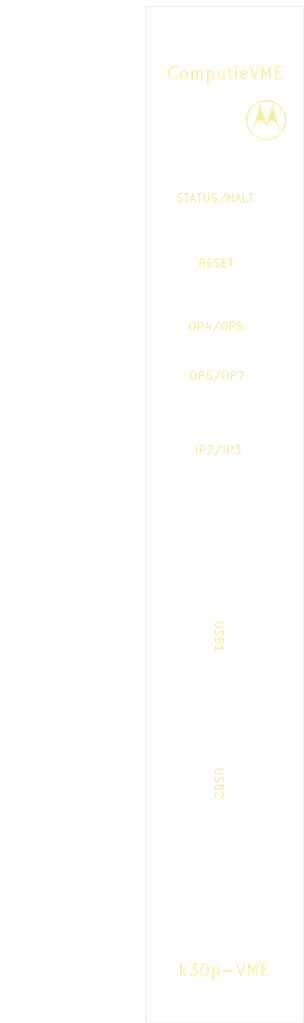
<source format=kicad_pcb>
(kicad_pcb (version 20240108) (generator "pcbnew") (generator_version "8.0")
  (layers (0 "F.Cu" signal) (31 "B.Cu" signal) (34 "B.Paste" user) (35 "F.Paste" user) (36 "B.SilkS" user "B.Silkscreen") (37 "F.SilkS" user "F.Silkscreen") (38 "B.Mask" user) (39 "F.Mask" user) (44 "Edge.Cuts" user))
  (net 0 "")
  (footprint "" (layer "F.Cu") (at 85.09 73.269)
    (property "Reference" "" (at 0 0 0) (layer "F.SilkS") (effects (font (size 1.27 1.27))))
    (property "Value" "")
    (pad "" np_thru_hole oval (at 0 0) (size 9 3.3) (drill oval 9 3.3) (layers "F&B.Cu" "*.Mask"))
  )
  (footprint "" (layer "F.Cu") (at 85.09 87.529)
    (property "Reference" "" (at 0 0 0) (layer "F.SilkS") (effects (font (size 1.27 1.27))))
    (property "Value" "")
    (pad "" np_thru_hole oval (at 0 0) (size 9 3.3) (drill oval 9 3.3) (layers "F&B.Cu" "*.Mask"))
  )
  (footprint "clipboard:a6ef016d-fb2c-424c-b34c-1f3124658b43" (layer "F.Cu") (at 81.407 108.458)
    (property "Reference" "" (at 0 0 0) (layer "F.SilkS") (effects (font (size 1.27 1.27))))
    (property "Value" "")
    (pad "" np_thru_hole circle (at 0 0) (size 2.7 2.7) (drill 2.7) (layers "F&B.Cu" "*.Mask"))
  )
  (footprint "" (layer "F.Cu") (at 81.026 136.271 90)
    (property "Reference" "" (at 0 0 90) (layer "F.SilkS") (effects (font (size 1.27 1.27))))
    (property "Value" "")
    (pad "" np_thru_hole oval (at -0.166 0.794 90) (size 11 5) (drill oval 11 5) (layers "F&B.Cu" "*.Mask"))
  )
  (footprint "Computie_Mechanical:FrontPanel_PlasticCollar_Hole_2.7mm_M2.5_Pair" (layer "F.Cu") (at 76.2 38.1)
    (property "Reference" "REF**" (hide yes))
    (property "Value" "FrontPanel_PlasticCollar_Hole_2.7mm_M2.5_Pair")
    (pad "" np_thru_hole oval (at 7.62 3) (size 6 3.3) (drill oval 6 3.3) (layers "F&B.Cu" "*.Mask"))
    (pad "" np_thru_hole oval (at 7.62 125.5) (size 6 3.3) (drill oval 6 3.3) (layers "F&B.Cu" "*.Mask"))
  )
  (footprint "Computie_Mechanical:FrontPanel_PCBHolder_MountingHole_2.7mm_M2.5_Pair" (layer "F.Cu") (at 76.2 38.1)
    (property "Reference" "REF**" (hide yes))
    (property "Value" "MountingHole_2.7mm_M2.5")
    (pad "" np_thru_hole circle (at 7.62 14.3) (size 2.7 2.7) (drill 2.7) (layers "F&B.Cu" "*.Mask"))
    (pad "" np_thru_hole circle (at 7.62 114.2) (size 2.7 2.7) (drill 2.7) (layers "F&B.Cu" "*.Mask"))
  )
  (footprint "clipboard:a6ef016d-fb2c-424c-b34c-1f3124658b43" (layer "F.Cu") (at 81.407 126.873)
    (property "Reference" "" (at 0 0 0) (layer "F.SilkS") (effects (font (size 1.27 1.27))))
    (property "Value" "")
    (pad "" np_thru_hole circle (at 0 0) (size 2.7 2.7) (drill 2.7) (layers "F&B.Cu" "*.Mask"))
  )
  (footprint "" (layer "F.Cu") (at 85.09 65.05)
    (property "Reference" "" (at 0 0 0) (layer "F.SilkS") (effects (font (size 1.27 1.27))))
    (property "Value" "")
    (pad "" np_thru_hole oval (at 0 0) (size 9 3.3) (drill oval 9 3.3) (layers "F&B.Cu" "*.Mask"))
  )
  (footprint "" (layer "F.Cu") (at 82.423 118.364 90)
    (property "Reference" "" (at 0 0 90) (layer "F.SilkS") (effects (font (size 1.27 1.27))))
    (property "Value" "")
    (pad "" np_thru_hole oval (at 0.634 -0.603 90) (size 11 5) (drill oval 11 5) (layers "F&B.Cu" "*.Mask"))
  )
  (footprint "" (layer "F.Cu") (at 85.09 96.887)
    (property "Reference" "" (at 0 0 0) (layer "F.SilkS") (effects (font (size 1.27 1.27))))
    (property "Value" "")
    (pad "" np_thru_hole oval (at 0 0) (size 9 3.3) (drill oval 9 3.3) (layers "F&B.Cu" "*.Mask"))
  )
  (footprint "" (layer "F.Cu") (at 85.09 81.306)
    (property "Reference" "" (at 0 0 0) (layer "F.SilkS") (effects (font (size 1.27 1.27))))
    (property "Value" "")
    (pad "" np_thru_hole oval (at 0 0) (size 9 3.3) (drill oval 9 3.3) (layers "F&B.Cu" "*.Mask"))
  )
  (gr_poly (pts (xy 91.687456 49.916746) (xy 91.777898 49.922046) (xy 91.871333 49.929827) (xy 91.949112 49.937596) (xy 92.016064 49.946321) (xy 92.046988 49.951343) (xy 92.077017 49.956967) (xy 92.106754 49.963314) (xy 92.136803 49.970504) (xy 92.200248 49.987897) (xy 92.272184 50.010115) (xy 92.357438 50.038124) (xy 92.491819 50.084644) (xy 92.552003 50.106985) (xy 92.608263 50.129123) (xy 92.661158 50.151367) (xy 92.711249 50.174024) (xy 92.759094 50.197403) (xy 92.805256 50.22181) (xy 92.850292 50.247555) (xy 92.894764 50.274945) (xy 92.93923 50.304288) (xy 92.984252 50.335891) (xy 93.030389 50.370064) (xy 93.0782 50.407114) (xy 93.181088 50.491074) (xy 93.23767 50.5393) (xy 93.291138 50.586669) (xy 93.341718 50.633467) (xy 93.389639 50.67998) (xy 93.435128 50.726495) (xy 93.478412 50.773297) (xy 93.519718 50.820673) (xy 93.559274 50.868908) (xy 93.597307 50.918289) (xy 93.634045 50.969102) (xy 93.669715 51.021632) (xy 93.704545 51.076167) (xy 93.738761 51.132991) (xy 93.772591 51.192391) (xy 93.806262 51.254654) (xy 93.840003 51.320064) (xy 93.875207 51.39167) (xy 93.907471 51.461279) (xy 93.936886 51.52929) (xy 93.963545 51.5961) (xy 93.98754 51.662108) (xy 94.008964 51.727711) (xy 94.02791 51.793306) (xy 94.044469 51.859293) (xy 94.058733 51.926069) (xy 94.070797 51.994031) (xy 94.08075 52.063578) (xy 94.088687 52.135108) (xy 94.0947 52.209018) (xy 94.09888 52.285706) (xy 94.10132 52.365571) (xy 94.102113 52.44901) (xy 94.101231 52.527401) (xy 94.098577 52.60417) (xy 94.094142 52.679365) (xy 94.087916 52.753031) (xy 94.079888 52.825216) (xy 94.070049 52.895966) (xy 94.058389 52.965328) (xy 94.044898 53.033348) (xy 94.029566 53.100073) (xy 94.012382 53.16555) (xy 93.993338 53.229825) (xy 93.972422 53.292945) (xy 93.949625 53.354956) (xy 93.924938 53.415906) (xy 93.898349 53.47584) (xy 93.869849 53.534806) (xy 93.842792 53.587394) (xy 93.815167 53.638815) (xy 93.786951 53.689105) (xy 93.758119 53.738297) (xy 93.728645 53.786428) (xy 93.698504 53.833532) (xy 93.667673 53.879643) (xy 93.636125 53.924796) (xy 93.603837 53.969027) (xy 93.570782 54.012371) (xy 93.536937 54.054861) (xy 93.502277 54.096533) (xy 93.466775 54.137422) (xy 93.430408 54.177562) (xy 93.393151 54.216989) (xy 93.354979 54.255737) (xy 93.30641 54.303288) (xy 93.259247 54.347872) (xy 93.213127 54.389729) (xy 93.167687 54.429102) (xy 93.122563 54.466234) (xy 93.077391 54.501365) (xy 93.031807 54.534739) (xy 92.985448 54.566596) (xy 92.93795 54.597179) (xy 92.888949 54.626729) (xy 92.838082 54.655489) (xy 92.784985 54.683701) (xy 92.729294 54.711607) (xy 92.670646 54.739448) (xy 92.608676 54.767466) (xy 92.543022 54.795904) (xy 92.466224 54.827576) (xy 92.393947 54.855246) (xy 92.32432 54.879455) (xy 92.255468 54.900747) (xy 92.18552 54.919664) (xy 92.1126 54.936749) (xy 92.034836 54.952544) (xy 91.950355 54.967593) (xy 91.91999 54.971807) (xy 91.882606 54.975543) (xy 91.790923 54.981547) (xy 91.683597 54.985541) (xy 91.568918 54.987464) (xy 91.455176 54.987254) (xy 91.35066 54.984848) (xy 91.26366 54.980184) (xy 91.229319 54.976986) (xy 91.202466 54.9732) (xy 91.202467 54.9732) (xy 91.104963 54.954959) (xy 91.018439 54.936972) (xy 90.940214 54.918454) (xy 90.867608 54.898615) (xy 90.79794 54.876669) (xy 90.728527 54.851829) (xy 90.65669 54.823306) (xy 90.579748 54.790314) (xy 90.445918 54.729079) (xy 90.384769 54.699277) (xy 90.327015 54.669719) (xy 90.272323 54.640179) (xy 90.220356 54.610434) (xy 90.17078 54.580257) (xy 90.123258 54.549426) (xy 90.077455 54.517714) (xy 90.033036 54.484896) (xy 89.989665 54.450749) (xy 89.947007 54.415048) (xy 89.904727 54.377567) (xy 89.862489 54.338081) (xy 89.819957 54.296367) (xy 89.776797 54.252198) (xy 89.715002 54.185953) (xy 89.655849 54.118914) (xy 89.599356 54.051107) (xy 89.545538 53.982562) (xy 89.494411 53.913307) (xy 89.445992 53.843369) (xy 89.400297 53.772776) (xy 89.357343 53.701557) (xy 89.317146 53.62974) (xy 89.279721 53.557352) (xy 89.245086 53.484421) (xy 89.213257 53.410977) (xy 89.18425 53.337046) (xy 89.15808 53.262657) (xy 89.134766 53.187838) (xy 89.114322 53.112616) (xy 89.091286 53.018055) (xy 89.072776 52.93397) (xy 89.058349 52.85678) (xy 89.052528 52.819653) (xy 89.04756 52.782908) (xy 89.043391 52.746097) (xy 89.039964 52.708773) (xy 89.035116 52.630798) (xy 89.032573 52.545403) (xy 89.031888 52.44901) (xy 89.032016 52.441954) (xy 89.201118 52.441954) (xy 89.201988 52.521304) (xy 89.204827 52.598126) (xy 89.209725 52.672764) (xy 89.216771 52.745562) (xy 89.226054 52.816866) (xy 89.237664 52.88702) (xy 89.251689 52.956368) (xy 89.26822 53.025255) (xy 89.287345 53.094025) (xy 89.309154 53.163024) (xy 89.333735 53.232596) (xy 89.361178 53.303084) (xy 89.391573 53.374835) (xy 89.425008 53.448192) (xy 89.461573 53.5235) (xy 89.501357 53.601104) (xy 89.533372 53.659655) (xy 89.567419 53.717295) (xy 89.603452 53.773973) (xy 89.641424 53.829639) (xy 89.681289 53.88424) (xy 89.723 53.937727) (xy 89.76651 53.990047) (xy 89.811773 54.041151) (xy 89.858742 54.090986) (xy 89.90737 54.139503) (xy 89.957611 54.186649) (xy 90.009418 54.232375) (xy 90.062745 54.276628) (xy 90.117545 54.319359) (xy 90.173771 54.360515) (xy 90.231377 54.400046) (xy 90.305629 54.448287) (xy 90.377608 54.492795) (xy 90.447753 54.533725) (xy 90.516506 54.571234) (xy 90.584305 54.605475) (xy 90.65159 54.636606) (xy 90.718801 54.664782) (xy 90.786379 54.690158) (xy 90.854763 54.712891) (xy 90.924392 54.733135) (xy 90.995708 54.751047) (xy 91.069149 54.766782) (xy 91.145156 54.780496) (xy 91.224168 54.792344) (xy 91.306625 54.802482) (xy 91.392968 54.811066) (xy 91.438611 54.813252) (xy 91.501337 54.81366) (xy 91.575892 54.812492) (xy 91.657021 54.809949) (xy 91.739471 54.806232) (xy 91.817988 54.801541) (xy 91.887317 54.796079) (xy 91.942205 54.790046) (xy 91.942204 54.790046) (xy 92.047835 54.772451) (xy 92.153915 54.74849) (xy 92.260048 54.718401) (xy 92.365839 54.682419) (xy 92.470895 54.640781) (xy 92.574821 54.593724) (xy 92.677222 54.541484) (xy 92.777704 54.484297) (xy 92.875873 54.4224) (xy 92.971333 54.35603) (xy 93.063692 54.285423) (xy 93.152553 54.210815) (xy 93.237522 54.132442) (xy 93.318206 54.050543) (xy 93.394209 53.965352) (xy 93.465138 53.877106) (xy 93.494499 53.836912) (xy 93.524193 53.79316) (xy 93.554019 53.74627) (xy 93.583779 53.696659) (xy 93.613273 53.644748) (xy 93.6423 53.590955) (xy 93.670662 53.535699) (xy 93.69816 53.479399) (xy 93.724593 53.422473) (xy 93.749762 53.365341) (xy 93.773467 53.308422) (xy 93.79551 53.252134) (xy 93.81569 53.196897) (xy 93.833808 53.143129) (xy 93.849664 53.091249) (xy 93.86306 53.041676) (xy 93.882248 52.962006) (xy 93.89776 52.889777) (xy 93.909942 52.822066) (xy 93.914891 52.788992) (xy 93.919137 52.755952) (xy 93.922722 52.72258) (xy 93.92569 52.688512) (xy 93.929946 52.616823) (xy 93.93225 52.537963) (xy 93.932945 52.44901) (xy 93.931956 52.372401) (xy 93.928939 52.297504) (xy 93.923843 52.224107) (xy 93.916613 52.151999) (xy 93.907195 52.080968) (xy 93.895536 52.010803) (xy 93.881582 51.941291) (xy 93.865279 51.872222) (xy 93.846574 51.803383) (xy 93.825412 51.734563) (xy 93.801741 51.665551) (xy 93.775507 51.596134) (xy 93.746654 51.526101) (xy 93.715131 51.455241) (xy 93.680884 51.383341) (xy 93.643857 51.310191) (xy 93.614013 51.25463) (xy 93.583194 51.200819) (xy 93.551283 51.148624) (xy 93.51816 51.097909) (xy 93.483708 51.048541) (xy 93.44781 51.000383) (xy 93.410346 50.953302) (xy 93.3712 50.907163) (xy 93.330252 50.86183) (xy 93.287385 50.817169) (xy 93.242481 50.773046) (xy 93.195421 50.729325) (xy 93.146088 50.685871) (xy 93.094364 50.64255) (xy 93.040131 50.599227) (xy 92.98327 50.555766) (xy 92.928127 50.515485) (xy 92.873185 50.477368) (xy 92.818302 50.441352) (xy 92.763339 50.407374) (xy 92.708153 50.375372) (xy 92.652604 50.345281) (xy 92.596551 50.317038) (xy 92.539854 50.290581) (xy 92.48237 50.265846) (xy 92.42396 50.24277) (xy 92.364482 50.22129) (xy 92.303795 50.201343) (xy 92.241759 50.182865) (xy 92.178233 50.165793) (xy 92.113075 50.150065) (xy 92.046145 50.135616) (xy 91.968972 50.120908) (xy 91.893412 50.108616) (xy 91.819173 50.098755) (xy 91.74596 50.091342) (xy 91.673483 50.08639) (xy 91.601447 50.083917) (xy 91.52956 50.083936) (xy 91.457528 50.086463) (xy 91.38506 50.091515) (xy 91.311861 50.099105) (xy 91.237639 50.10925) (xy 91.162102 50.121965) (xy 91.084955 50.137265) (xy 91.005907 50.155165) (xy 90.924665 50.175681) (xy 90.840934 50.198829) (xy 90.764929 50.221732) (xy 90.695616 50.244993) (xy 90.662932 50.257003) (xy 90.631279 50.269398) (xy 90.600441 50.282276) (xy 90.570204 50.295736) (xy 90.540354 50.309875) (xy 90.510677 50.324793) (xy 90.480958 50.340588) (xy 90.450984 50.357358) (xy 90.389409 50.394217) (xy 90.324239 50.436159) (xy 90.246022 50.489163) (xy 90.172138 50.541734) (xy 90.10236 50.594115) (xy 90.036465 50.64655) (xy 89.974228 50.699284) (xy 89.915424 50.752561) (xy 89.859829 50.806625) (xy 89.807219 50.861721) (xy 89.757368 50.918094) (xy 89.710052 50.975986) (xy 89.665047 51.035644) (xy 89.622127 51.09731) (xy 89.58107 51.16123) (xy 89.541648 51.227647) (xy 89.50364 51.296806) (xy 89.466818 51.368951) (xy 89.423931 51.458189) (xy 89.386825 51.540429) (xy 89.354678 51.618022) (xy 89.326667 51.693322) (xy 89.30197 51.768679) (xy 89.279762 51.846447) (xy 89.259222 51.928976) (xy 89.239526 52.018621) (xy 89.228505 52.073486) (xy 89.219772 52.12215) (xy 89.213074 52.167434) (xy 89.208152 52.212162) (xy 89.204752 52.259155) (xy 89.202617 52.311237) (xy 89.201491 52.371229) (xy 89.201118 52.441954) (xy 89.032016 52.441954) (xy 89.033858 52.340101) (xy 89.039606 52.233739) (xy 89.049199 52.12972) (xy 89.062706 52.027842) (xy 89.080196 51.927902) (xy 89.101738 51.829697) (xy 89.127399 51.733023) (xy 89.157248 51.637679) (xy 89.191354 51.54346) (xy 89.229785 51.450164) (xy 89.27261 51.357588) (xy 89.319897 51.265529) (xy 89.371714 51.173784) (xy 89.42813 51.08215) (xy 89.489214 50.990424) (xy 89.555034 50.898403) (xy 89.586683 50.857245) (xy 89.621642 50.814782) (xy 89.659554 50.771336) (xy 89.700062 50.727227) (xy 89.742811 50.682779) (xy 89.787444 50.638311) (xy 89.833606 50.594145) (xy 89.880939 50.550602) (xy 89.929088 50.508005) (xy 89.977696 50.466674) (xy 90.026407 50.426931) (xy 90.074866 50.389097) (xy 90.122714 50.353493) (xy 90.169598 50.320441) (xy 90.215159 50.290263) (xy 90.259042 50.263279) (xy 90.298637 50.240788) (xy 90.341437 50.218009) (xy 90.434968 50.172236) (xy 90.536277 50.127261) (xy 90.642004 50.084387) (xy 90.748789 50.044914) (xy 90.853273 50.010145) (xy 90.952096 49.981382) (xy 90.998336 49.96966) (xy 91.0419 49.959927) (xy 91.12022 49.945941) (xy 91.206802 49.934374) (xy 91.29947 49.925338) (xy 91.396046 49.918945) (xy 91.494353 49.915308) (xy 91.592216 49.914537)) (stroke (width -0.000001)) (fill solid) (layer "F.SilkS"))
  (gr_poly (pts (xy 92.319257 50.426847) (xy 92.322026 50.431121) (xy 92.322947 50.4314) (xy 92.323989 50.432229) (xy 92.325149 50.4336) (xy 92.326423 50.435502) (xy 92.329302 50.440858) (xy 92.3326 50.44822) (xy 92.336293 50.457506) (xy 92.340355 50.468638) (xy 92.344762 50.481536) (xy 92.349487 50.49612) (xy 92.359794 50.53003) (xy 92.371075 50.569729) (xy 92.383127 50.614583) (xy 92.395749 50.663954) (xy 92.405528 50.699788) (xy 92.421731 50.755632) (xy 92.442107 50.823845) (xy 92.464403 50.896787) (xy 92.597583 51.327176) (xy 92.676279 51.587394) (xy 92.755076 51.856343) (xy 92.970685 52.597232) (xy 93.137855 53.154566) (xy 93.190998 53.325102) (xy 93.221418 53.425586) (xy 93.231834 53.462355) (xy 93.241041 53.496968) (xy 93.261789 53.580199) (xy 93.292461 53.704899) (xy 93.255581 53.704899) (xy 93.249597 53.704772) (xy 93.246823 53.704593) (xy 93.244184 53.704319) (xy 93.241669 53.703935) (xy 93.23927 53.703429) (xy 93.236977 53.702785) (xy 93.234782 53.701991) (xy 93.232676 53.701033) (xy 93.230649 53.699896) (xy 93.228692 53.698568) (xy 93.226797 53.697034) (xy 93.224954 53.69528) (xy 93.223153 53.693294) (xy 93.221387 53.69106) (xy 93.219646 53.688565) (xy 93.217921 53.685796) (xy 93.216202 53.682739) (xy 93.214481 53.679379) (xy 93.212749 53.675704) (xy 93.210997 53.671699) (xy 93.209215 53.667351) (xy 93.207394 53.662645) (xy 93.205526 53.657568) (xy 93.201611 53.646247) (xy 93.197396 53.633276) (xy 93.192809 53.618546) (xy 93.187778 53.601947) (xy 93.175772 53.561048) (xy 93.165939 53.525796) (xy 93.159296 53.499952) (xy 93.157487 53.491734) (xy 93.156856 53.487279) (xy 93.155738 53.48129) (xy 93.15254 53.470602) (xy 93.14083 53.437423) (xy 93.123586 53.392327) (xy 93.102666 53.339896) (xy 93.079931 53.284713) (xy 93.057239 53.231361) (xy 93.036449 53.184423) (xy 93.019419 53.148481) (xy 92.996613 53.106359) (xy 92.963334 53.04905) (xy 92.922994 52.982021) (xy 92.879006 52.910739) (xy 92.834781 52.84067) (xy 92.793731 52.777283) (xy 92.759268 52.726044) (xy 92.734804 52.69242) (xy 92.730346 52.687262) (xy 92.724902 52.681711) (xy 92.718533 52.67581) (xy 92.711302 52.669602) (xy 92.70327 52.663129) (xy 92.694501 52.656433) (xy 92.685056 52.649558) (xy 92.674997 52.642545) (xy 92.664387 52.635436) (xy 92.653288 52.628276) (xy 92.641762 52.621105) (xy 92.629871 52.613966) (xy 92.617677 52.606903) (xy 92.605243 52.599956) (xy 92.59263 52.59317) (xy 92.579902 52.586586) (xy 92.54305 52.568203) (xy 92.527171 52.560611) (xy 92.512656 52.553996) (xy 92.499257 52.548293) (xy 92.486724 52.543435) (xy 92.474807 52.539357) (xy 92.463257 52.535993) (xy 92.451825 52.533276) (xy 92.44026 52.531141) (xy 92.428313 52.529522) (xy 92.415736 52.528352) (xy 92.402278 52.527565) (xy 92.387689 52.527096) (xy 92.354124 52.526847) (xy 92.331147 52.527312) (xy 92.308863 52.528637) (xy 92.287135 52.530876) (xy 92.265821 52.534085) (xy 92.244782 52.538318) (xy 92.223879 52.543629) (xy 92.202971 52.550073) (xy 92.181918 52.557704) (xy 92.160581 52.566577) (xy 92.138821 52.576746) (xy 92.116496 52.588266) (xy 92.093468 52.601192) (xy 92.069597 52.615577) (xy 92.044742 52.631477) (xy 92.018764 52.648946) (xy 91.991524 52.668038) (xy 91.978663 52.67741) (xy 91.966439 52.686746) (xy 91.954751 52.696157) (xy 91.943501 52.705756) (xy 91.932587 52.715654) (xy 91.921912 52.725964) (xy 91.911375 52.736797) (xy 91.900877 52.748265) (xy 91.890318 52.760481) (xy 91.879599 52.773556) (xy 91.86862 52.787603) (xy 91.857282 52.802733) (xy 91.845484 52.819058) (xy 91.833128 52.836691) (xy 91.820114 52.855742) (xy 91.806342 52.876325) (xy 91.785945 52.907737) (xy 91.764717 52.941626) (xy 91.74328 52.976925) (xy 91.722256 53.012563) (xy 91.702267 53.04747) (xy 91.683934 53.080578) (xy 91.667879 53.110816) (xy 91.654725 53.137114) (xy 91.643157 53.160462) (xy 91.631647 53.182244) (xy 91.620499 53.201982) (xy 91.610016 53.219201) (xy 91.600501 53.233423) (xy 91.596202 53.239261) (xy 91.592258 53.244172) (xy 91.588708 53.248095) (xy 91.58559 53.250971) (xy 91.582941 53.25274) (xy 91.581804 53.253191) (xy 91.580799 53.253343) (xy 91.579795 53.2532) (xy 91.578661 53.252774) (xy 91.577401 53.252074) (xy 91.576021 53.251106) (xy 91.574525 53.249876) (xy 91.572918 53.248393) (xy 91.569389 53.244693) (xy 91.565472 53.240061) (xy 91.561204 53.234554) (xy 91.556622 53.228228) (xy 91.551765 53.221139) (xy 91.54667 53.213343) (xy 91.541374 53.204898) (xy 91.535915 53.195858) (xy 91.530331 53.186279) (xy 91.524659 53.17622) (xy 91.518937 53.165734) (xy 91.513203 53.154879) (xy 91.507494 53.143711) (xy 91.490712 53.111223) (xy 91.473108 53.078845) (xy 91.454766 53.046693) (xy 91.435771 53.014883) (xy 91.416206 52.983531) (xy 91.396156 52.952754) (xy 91.375705 52.922667) (xy 91.354937 52.893386) (xy 91.333936 52.865029) (xy 91.312786 52.837711) (xy 91.291572 52.811547) (xy 91.270378 52.786655) (xy 91.249288 52.763151) (xy 91.228385 52.74115) (xy 91.207755 52.720769) (xy 91.187482 52.702123) (xy 91.14259 52.664679) (xy 91.097866 52.63186) (xy 91.075565 52.617185) (xy 91.053304 52.603666) (xy 91.031082 52.591303) (xy 91.008899 52.580097) (xy 90.986755 52.570047) (xy 90.964648 52.561152) (xy 90.942578 52.553414) (xy 90.920545 52.546832) (xy 90.898548 52.541406) (xy 90.876586 52.537135) (xy 90.854659 52.534021) (xy 90.832766 52.532062) (xy 90.810907 52.531259) (xy 90.789081 52.531612) (xy 90.767287 52.533121) (xy 90.745525 52.535786) (xy 90.723795 52.539606) (xy 90.702096 52.544582) (xy 90.680426 52.550713) (xy 90.658787 52.558) (xy 90.637176 52.566443) (xy 90.615594 52.576041) (xy 90.59404 52.586794) (xy 90.572513 52.598703) (xy 90.551013 52.611767) (xy 90.529539 52.625987) (xy 90.486667 52.657892) (xy 90.464771 52.675531) (xy 90.444881 52.69192) (xy 90.426751 52.707358) (xy 90.410135 52.722141) (xy 90.394785 52.736569) (xy 90.380454 52.750939) (xy 90.366896 52.765549) (xy 90.353865 52.780697) (xy 90.341112 52.796682) (xy 90.328392 52.8138) (xy 90.315458 52.83235) (xy 90.302063 52.85263) (xy 90.28796 52.874939) (xy 90.272902 52.899573) (xy 90.238935 52.95701) (xy 90.186178 53.050468) (xy 90.138031 53.141997) (xy 90.094597 53.231352) (xy 90.05598 53.318289) (xy 90.022285 53.402562) (xy 89.993613 53.483926) (xy 89.981194 53.52344) (xy 89.97007 53.562135) (xy 89.960253 53.59998) (xy 89.951758 53.636945) (xy 89.947053 53.657885) (xy 89.944861 53.666522) (xy 89.942692 53.674041) (xy 89.94048 53.680517) (xy 89.938162 53.686027) (xy 89.936944 53.688445) (xy 89.935674 53.690649) (xy 89.934347 53.69265) (xy 89.932953 53.694458) (xy 89.931484 53.696082) (xy 89.929933 53.697532) (xy 89.928291 53.698817) (xy 89.926551 53.699947) (xy 89.924704 53.700931) (xy 89.922742 53.70178) (xy 89.920659 53.702502) (xy 89.918444 53.703107) (xy 89.913592 53.704006) (xy 89.908121 53.704553) (xy 89.901968 53.704825) (xy 89.895069 53.704899) (xy 89.889087 53.704838) (xy 89.883707 53.704645) (xy 89.878907 53.704305) (xy 89.874669 53.703806) (xy 89.870972 53.703133) (xy 89.867797 53.702271) (xy 89.866399 53.701765) (xy 89.865125 53.701207) (xy 89.86397 53.700595) (xy 89.862934 53.699927) (xy 89.862014 53.699201) (xy 89.861207 53.698416) (xy 89.86051 53.69757) (xy 89.859922 53.696661) (xy 89.859439 53.695687) (xy 89.85906 53.694647) (xy 89.858781 53.693539) (xy 89.858601 53.69236) (xy 89.858517 53.69111) (xy 89.858526 53.689787) (xy 89.858815 53.686912) (xy 89.859448 53.683723) (xy 89.860405 53.680205) (xy 89.860404 53.680204) (xy 90.327578 52.06801) (xy 90.795481 50.453517) (xy 90.796667 50.449743) (xy 90.797803 50.446432) (xy 90.798898 50.443579) (xy 90.799965 50.441181) (xy 90.80049 50.440151) (xy 90.801012 50.439233) (xy 90.801531 50.438428) (xy 90.80205 50.437733) (xy 90.802569 50.437149) (xy 90.80309 50.436676) (xy 90.803613 50.436312) (xy 90.804141 50.436058) (xy 90.804674 50.435912) (xy 90.805214 50.435875) (xy 90.805762 50.435946) (xy 90.806319 50.436124) (xy 90.806887 50.436409) (xy 90.807467 50.436801) (xy 90.80806 50.437298) (xy 90.808667 50.437901) (xy 90.80929 50.438608) (xy 90.80993 50.439421) (xy 90.811267 50.441357) (xy 90.812687 50.443705) (xy 90.814201 50.446461) (xy 90.848223 50.554147) (xy 90.933068 50.832612) (xy 91.204054 51.733021) (xy 91.472856 52.624421) (xy 91.586473 52.98891) (xy 91.943382 51.729343) (xy 92.283676 50.531139) (xy 92.316036 50.428058) (xy 92.318087 50.425451)) (stroke (width -0.000001)) (fill solid) (layer "F.SilkS"))
  (gr_rect (start 76.4 38.1) (end 96.32 166.6) (stroke (width 0.05)) (fill none) (layer "Edge.Cuts"))
  (gr_text "OP6/OP7" (at 85.344 85.344 0) (layer "F.SilkS") (effects (font (size 1 1)) (justify bottom)))
  (gr_text "RESET" (at 85.217 71.12 0) (layer "F.SilkS") (effects (font (size 1 1)) (justify bottom)))
  (gr_text "IP2/IP3" (at 85.471 94.742 0) (layer "F.SilkS") (effects (font (size 1 1)) (justify bottom)))
  (gr_text "k30p-VME" (at 86.233 160.782 0) (layer "F.SilkS") (effects (font (size 1.5 1.5) (thickness 0.2)) (justify bottom)))
  (gr_text "ComputieVME\n" (at 86.36 47.371 0) (layer "F.SilkS") (effects (font (size 1.5 1.5) (thickness 0.2)) (justify bottom)))
  (gr_text "OP4/OP5" (at 85.217 79.121 0) (layer "F.SilkS") (effects (font (size 1 1)) (justify bottom)))
  (gr_text "USB1" (at 85 117.73 270) (layer "F.SilkS") (effects (font (size 1 1)) (justify bottom)))
  (gr_text "STATUS/HALT" (at 85.09 62.865 0) (layer "F.SilkS") (effects (font (size 1 1)) (justify bottom)))
  (gr_text "USB2" (at 85 136.271 270) (layer "F.SilkS") (effects (font (size 1 1)) (justify bottom)))
)
</source>
